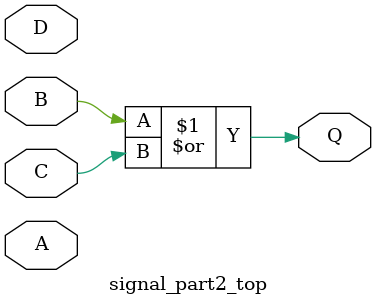
<source format=v>
module signal_part2_top(
    input A, B, C, D,
    output Q
);
assign Q = (B | C);
endmodule
</source>
